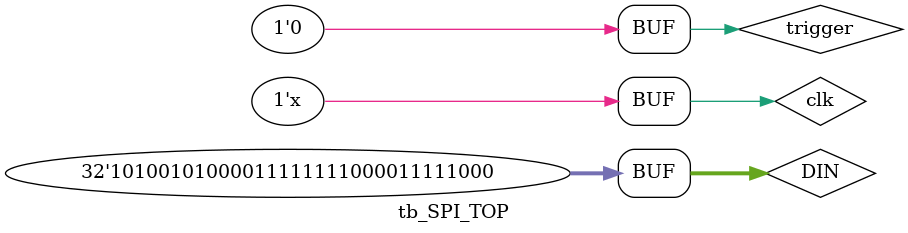
<source format=v>
`timescale 1ns / 1ps


module tb_SPI_TOP(

    );

reg clk, trigger, SPI_DOUT;
reg [31:0] DIN;
wire [31:0] DOUT;
wire SPI_CLK, SPI_DIN;
wire [7:0] TARGET;

initial begin
    clk = 0;
    trigger = 0;
    DIN = 32'hA50FF0F8;
    #20 trigger = 1;
    #1700  trigger = 0;
end


SPI_top dut(
    .clk(clk),              //input:    reference clock
    .DIN(DIN[31:0]),        //input:    {DATA{15:0},6'b0,CPOL,CPHA,target[7:0]}
    .DOUT(DOUT[31:0]),      //output:   {DESERIALIZED DATA FROM SPI_DOUT}
    .trigger(trigger),      //input:    {trigger to start the SPI}
    .SPI_CLK(SPI_CLK),      //output:   based on CPOL,CPHA information of DIN
    .SPI_DIN(SPI_DIN),      //output:   based on DATA information of DIN
    .TARGET(TARGET[7:0]),   //output:   based on target information of DIN
    .SPI_DOUT(SPI_DOUT)     //input:    input to the FPGA from SPI slaves
);

always
    #0.5 clk <= ~clk;

endmodule

</source>
